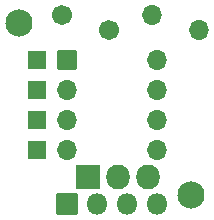
<source format=gbs>
G04 #@! TF.GenerationSoftware,KiCad,Pcbnew,(6.0.0-0)*
G04 #@! TF.CreationDate,2023-01-22T15:48:08+00:00*
G04 #@! TF.ProjectId,VR-Conditioner-MAX9926+reg,56522d43-6f6e-4646-9974-696f6e65722d,3.74*
G04 #@! TF.SameCoordinates,PX6a95280PY6f6d640*
G04 #@! TF.FileFunction,Soldermask,Bot*
G04 #@! TF.FilePolarity,Negative*
%FSLAX46Y46*%
G04 Gerber Fmt 4.6, Leading zero omitted, Abs format (unit mm)*
G04 Created by KiCad (PCBNEW (6.0.0-0)) date 2023-01-22 15:48:08*
%MOMM*%
%LPD*%
G01*
G04 APERTURE LIST*
G04 Aperture macros list*
%AMRoundRect*
0 Rectangle with rounded corners*
0 $1 Rounding radius*
0 $2 $3 $4 $5 $6 $7 $8 $9 X,Y pos of 4 corners*
0 Add a 4 corners polygon primitive as box body*
4,1,4,$2,$3,$4,$5,$6,$7,$8,$9,$2,$3,0*
0 Add four circle primitives for the rounded corners*
1,1,$1+$1,$2,$3*
1,1,$1+$1,$4,$5*
1,1,$1+$1,$6,$7*
1,1,$1+$1,$8,$9*
0 Add four rect primitives between the rounded corners*
20,1,$1+$1,$2,$3,$4,$5,0*
20,1,$1+$1,$4,$5,$6,$7,0*
20,1,$1+$1,$6,$7,$8,$9,0*
20,1,$1+$1,$8,$9,$2,$3,0*%
G04 Aperture macros list end*
%ADD10RoundRect,0.050800X-0.800000X-0.800000X0.800000X-0.800000X0.800000X0.800000X-0.800000X0.800000X0*%
%ADD11O,1.701600X1.701600*%
%ADD12C,1.701600*%
%ADD13C,2.301600*%
%ADD14RoundRect,0.050800X-0.952500X-1.000000X0.952500X-1.000000X0.952500X1.000000X-0.952500X1.000000X0*%
%ADD15O,2.006600X2.101600*%
%ADD16RoundRect,0.050800X-0.850000X0.850000X-0.850000X-0.850000X0.850000X-0.850000X0.850000X0.850000X0*%
%ADD17O,1.801600X1.801600*%
%ADD18RoundRect,0.050800X0.750000X0.750000X-0.750000X0.750000X-0.750000X-0.750000X0.750000X-0.750000X0*%
G04 APERTURE END LIST*
D10*
G04 #@! TO.C,J3*
X9398000Y16764000D03*
D11*
X9398000Y14224000D03*
X9398000Y11684000D03*
X9398000Y9144000D03*
X17018000Y9144000D03*
X17018000Y11684000D03*
X17018000Y14224000D03*
X17018000Y16764000D03*
G04 #@! TD*
G04 #@! TO.C,R13*
X16610000Y20574000D03*
D12*
X8990000Y20574000D03*
G04 #@! TD*
G04 #@! TO.C,R23*
X12954000Y19304000D03*
D11*
X20574000Y19304000D03*
G04 #@! TD*
D13*
G04 #@! TO.C,H1*
X19939000Y5334000D03*
G04 #@! TD*
G04 #@! TO.C,H2*
X5334000Y19939000D03*
G04 #@! TD*
D14*
G04 #@! TO.C,U2*
X11176000Y6858000D03*
D15*
X13716000Y6858000D03*
X16256000Y6858000D03*
G04 #@! TD*
D16*
G04 #@! TO.C,J2*
X9398000Y4572000D03*
D17*
X11938000Y4572000D03*
X14478000Y4572000D03*
X17018000Y4572000D03*
G04 #@! TD*
D18*
G04 #@! TO.C,TP2*
X6858000Y14224000D03*
G04 #@! TD*
G04 #@! TO.C,TP4*
X6858000Y9144000D03*
G04 #@! TD*
G04 #@! TO.C,TP3*
X6858000Y11684000D03*
G04 #@! TD*
G04 #@! TO.C,TP1*
X6858000Y16764000D03*
G04 #@! TD*
M02*

</source>
